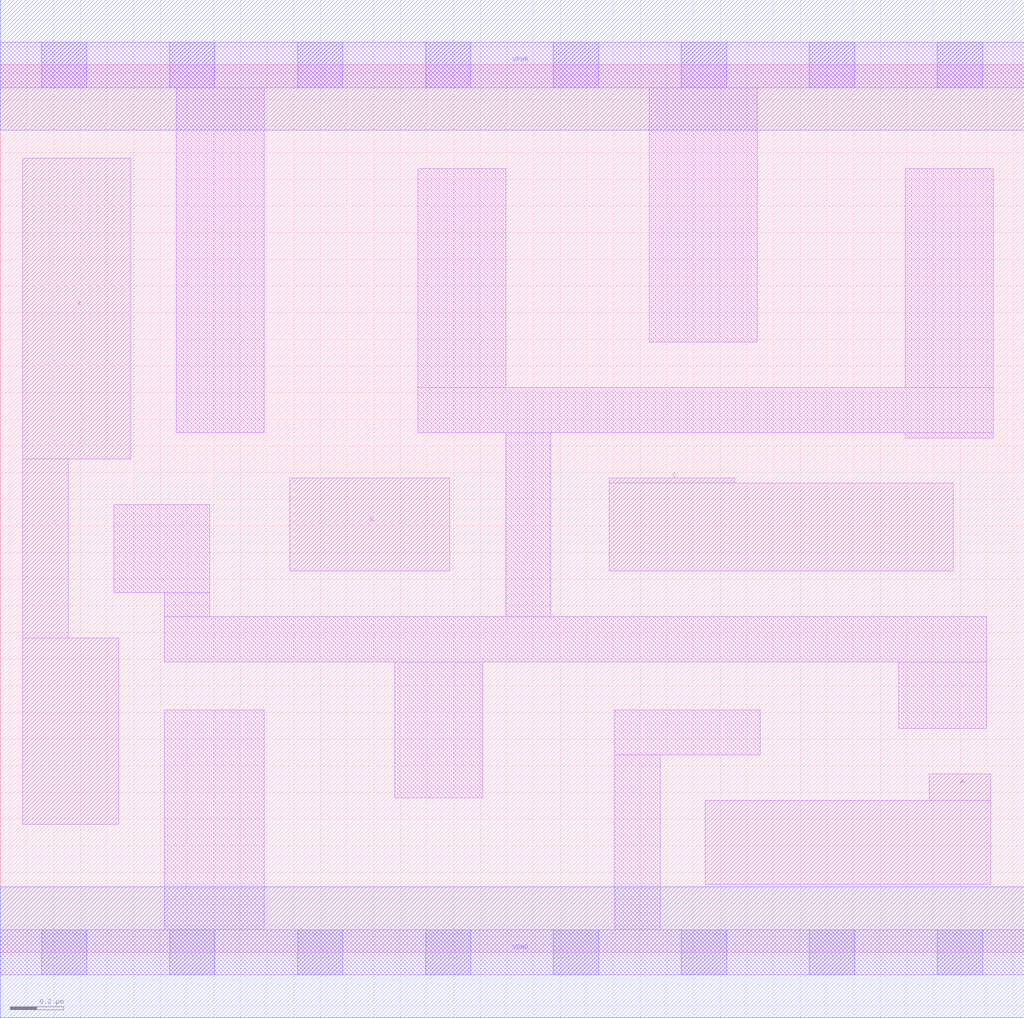
<source format=lef>
# Copyright 2020 The SkyWater PDK Authors
#
# Licensed under the Apache License, Version 2.0 (the "License");
# you may not use this file except in compliance with the License.
# You may obtain a copy of the License at
#
#     https://www.apache.org/licenses/LICENSE-2.0
#
# Unless required by applicable law or agreed to in writing, software
# distributed under the License is distributed on an "AS IS" BASIS,
# WITHOUT WARRANTIES OR CONDITIONS OF ANY KIND, either express or implied.
# See the License for the specific language governing permissions and
# limitations under the License.
#
# SPDX-License-Identifier: Apache-2.0

VERSION 5.5 ;
NAMESCASESENSITIVE ON ;
BUSBITCHARS "[]" ;
DIVIDERCHAR "/" ;
MACRO sky130_fd_sc_ls__maj3_1
  CLASS CORE ;
  SOURCE USER ;
  ORIGIN  0.000000  0.000000 ;
  SIZE  3.840000 BY  3.330000 ;
  SYMMETRY X Y ;
  SITE unit ;
  PIN A
    ANTENNAGATEAREA  0.492000 ;
    DIRECTION INPUT ;
    USE SIGNAL ;
    PORT
      LAYER li1 ;
        RECT 2.645000 0.255000 3.715000 0.570000 ;
        RECT 3.485000 0.570000 3.715000 0.670000 ;
    END
  END A
  PIN B
    ANTENNAGATEAREA  0.492000 ;
    DIRECTION INPUT ;
    USE SIGNAL ;
    PORT
      LAYER li1 ;
        RECT 1.085000 1.430000 1.685000 1.780000 ;
    END
  END B
  PIN C
    ANTENNAGATEAREA  0.492000 ;
    DIRECTION INPUT ;
    USE SIGNAL ;
    PORT
      LAYER li1 ;
        RECT 2.285000 1.430000 3.575000 1.760000 ;
        RECT 2.285000 1.760000 2.755000 1.780000 ;
    END
  END C
  PIN X
    ANTENNADIFFAREA  0.538500 ;
    DIRECTION OUTPUT ;
    USE SIGNAL ;
    PORT
      LAYER li1 ;
        RECT 0.085000 0.480000 0.445000 1.180000 ;
        RECT 0.085000 1.180000 0.255000 1.850000 ;
        RECT 0.085000 1.850000 0.490000 2.980000 ;
    END
  END X
  PIN VGND
    DIRECTION INOUT ;
    SHAPE ABUTMENT ;
    USE GROUND ;
    PORT
      LAYER met1 ;
        RECT 0.000000 -0.245000 3.840000 0.245000 ;
    END
  END VGND
  PIN VPWR
    DIRECTION INOUT ;
    SHAPE ABUTMENT ;
    USE POWER ;
    PORT
      LAYER met1 ;
        RECT 0.000000 3.085000 3.840000 3.575000 ;
    END
  END VPWR
  OBS
    LAYER li1 ;
      RECT 0.000000 -0.085000 3.840000 0.085000 ;
      RECT 0.000000  3.245000 3.840000 3.415000 ;
      RECT 0.425000  1.350000 0.785000 1.680000 ;
      RECT 0.615000  0.085000 0.990000 0.910000 ;
      RECT 0.615000  1.090000 3.700000 1.260000 ;
      RECT 0.615000  1.260000 0.785000 1.350000 ;
      RECT 0.660000  1.950000 0.990000 3.245000 ;
      RECT 1.480000  0.580000 1.810000 1.090000 ;
      RECT 1.565000  1.950000 3.725000 2.120000 ;
      RECT 1.565000  2.120000 1.895000 2.940000 ;
      RECT 1.895000  1.260000 2.065000 1.950000 ;
      RECT 2.305000  0.085000 2.475000 0.740000 ;
      RECT 2.305000  0.740000 2.850000 0.910000 ;
      RECT 2.435000  2.290000 2.840000 3.245000 ;
      RECT 3.370000  0.840000 3.700000 1.090000 ;
      RECT 3.395000  1.930000 3.725000 1.950000 ;
      RECT 3.395000  2.120000 3.725000 2.940000 ;
    LAYER mcon ;
      RECT 0.155000 -0.085000 0.325000 0.085000 ;
      RECT 0.155000  3.245000 0.325000 3.415000 ;
      RECT 0.635000 -0.085000 0.805000 0.085000 ;
      RECT 0.635000  3.245000 0.805000 3.415000 ;
      RECT 1.115000 -0.085000 1.285000 0.085000 ;
      RECT 1.115000  3.245000 1.285000 3.415000 ;
      RECT 1.595000 -0.085000 1.765000 0.085000 ;
      RECT 1.595000  3.245000 1.765000 3.415000 ;
      RECT 2.075000 -0.085000 2.245000 0.085000 ;
      RECT 2.075000  3.245000 2.245000 3.415000 ;
      RECT 2.555000 -0.085000 2.725000 0.085000 ;
      RECT 2.555000  3.245000 2.725000 3.415000 ;
      RECT 3.035000 -0.085000 3.205000 0.085000 ;
      RECT 3.035000  3.245000 3.205000 3.415000 ;
      RECT 3.515000 -0.085000 3.685000 0.085000 ;
      RECT 3.515000  3.245000 3.685000 3.415000 ;
  END
END sky130_fd_sc_ls__maj3_1

</source>
